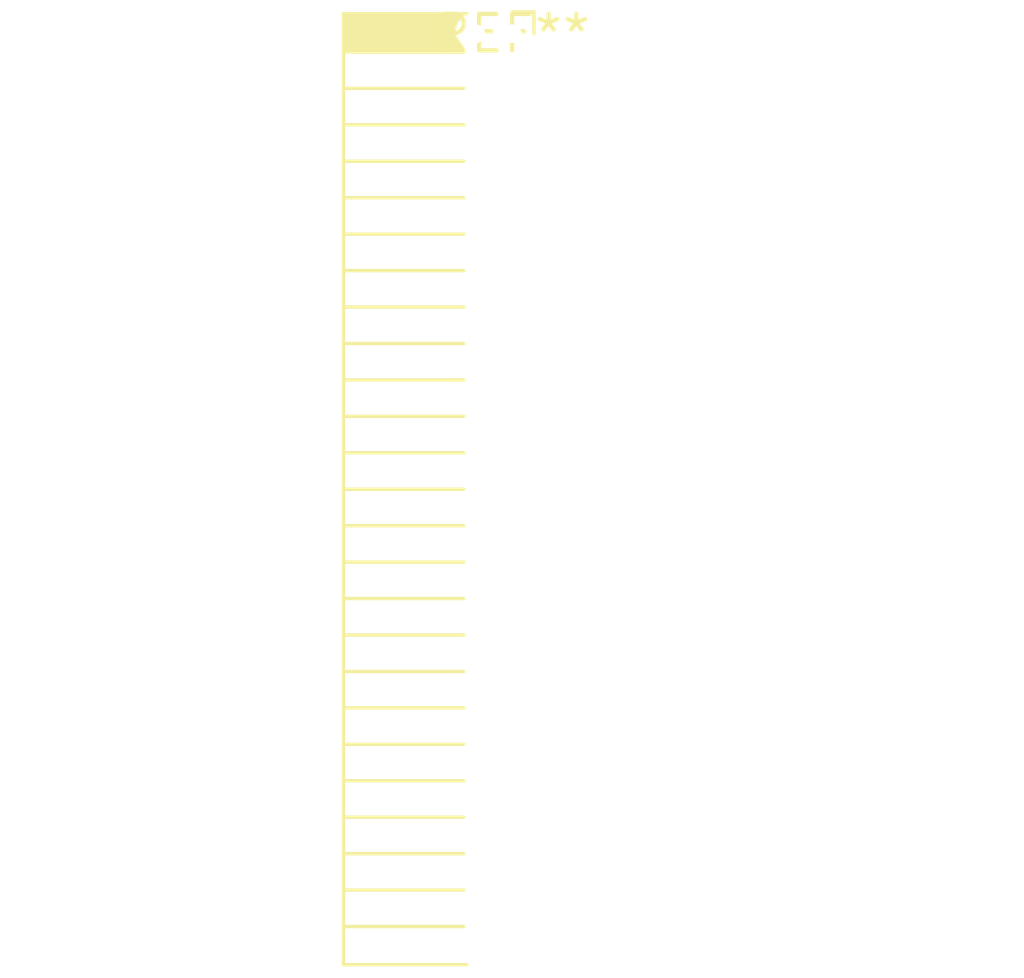
<source format=kicad_pcb>
(kicad_pcb (version 20240108) (generator pcbnew)
  (layers (0 "F.Cu" signal) (31 "B.Cu" signal) (34 "B.Paste" user) (35 "F.Paste" user) (36 "B.SilkS" user "B.Silkscreen") (37 "F.SilkS" user "F.Silkscreen") (38 "B.Mask" user) (39 "F.Mask" user) (44 "Edge.Cuts" user))
  (net 0 "")
  (footprint "PinSocket_2x26_P1.27mm_Horizontal" (layer "F.Cu") (at 0 0)
    (property "Reference" "REF**")
    (property "Value" "PinSocket_2x26_P1.27mm_Horizontal")
    (fp_line (start -5.88 -0.695) (end -5.88 32.445) (layer "F.SilkS") (stroke (width 0.12)))
    (fp_line (start -5.88 -0.695) (end -1.57753 -0.695) (layer "F.SilkS") (stroke (width 0.12)))
    (fp_line (start -5.88 -0.575) (end -1.766966 -0.575) (layer "F.SilkS") (stroke (width 0.12)))
    (fp_line (start -5.88 -0.465) (end -1.871145 -0.465) (layer "F.SilkS") (stroke (width 0.12)))
    (fp_line (start -5.88 -0.355) (end -1.941993 -0.355) (layer "F.SilkS") (stroke (width 0.12)))
    (fp_line (start -5.88 -0.245) (end -1.989427 -0.245) (layer "F.SilkS") (stroke (width 0.12)))
    (fp_line (start -5.88 -0.135) (end -2.017914 -0.135) (layer "F.SilkS") (stroke (width 0.12)))
    (fp_line (start -5.88 -0.025) (end -2.029589 -0.025) (layer "F.SilkS") (stroke (width 0.12)))
    (fp_line (start -5.88 0.085) (end -2.025232 0.085) (layer "F.SilkS") (stroke (width 0.12)))
    (fp_line (start -5.88 0.195) (end -2.004558 0.195) (layer "F.SilkS") (stroke (width 0.12)))
    (fp_line (start -5.88 0.305) (end -1.966114 0.305) (layer "F.SilkS") (stroke (width 0.12)))
    (fp_line (start -5.88 0.415) (end -1.906691 0.415) (layer "F.SilkS") (stroke (width 0.12)))
    (fp_line (start -5.88 0.525) (end -1.819523 0.525) (layer "F.SilkS") (stroke (width 0.12)))
    (fp_line (start -5.88 0.635) (end -1.687582 0.635) (layer "F.SilkS") (stroke (width 0.12)))
    (fp_line (start -5.88 1.905) (end -1.687582 1.905) (layer "F.SilkS") (stroke (width 0.12)))
    (fp_line (start -5.88 3.175) (end -1.687582 3.175) (layer "F.SilkS") (stroke (width 0.12)))
    (fp_line (start -5.88 4.445) (end -1.687582 4.445) (layer "F.SilkS") (stroke (width 0.12)))
    (fp_line (start -5.88 5.715) (end -1.687582 5.715) (layer "F.SilkS") (stroke (width 0.12)))
    (fp_line (start -5.88 6.985) (end -1.687582 6.985) (layer "F.SilkS") (stroke (width 0.12)))
    (fp_line (start -5.88 8.255) (end -1.687582 8.255) (layer "F.SilkS") (stroke (width 0.12)))
    (fp_line (start -5.88 9.525) (end -1.687582 9.525) (layer "F.SilkS") (stroke (width 0.12)))
    (fp_line (start -5.88 10.795) (end -1.687582 10.795) (layer "F.SilkS") (stroke (width 0.12)))
    (fp_line (start -5.88 12.065) (end -1.687582 12.065) (layer "F.SilkS") (stroke (width 0.12)))
    (fp_line (start -5.88 13.335) (end -1.687582 13.335) (layer "F.SilkS") (stroke (width 0.12)))
    (fp_line (start -5.88 14.605) (end -1.687582 14.605) (layer "F.SilkS") (stroke (width 0.12)))
    (fp_line (start -5.88 15.875) (end -1.687582 15.875) (layer "F.SilkS") (stroke (width 0.12)))
    (fp_line (start -5.88 17.145) (end -1.687582 17.145) (layer "F.SilkS") (stroke (width 0.12)))
    (fp_line (start -5.88 18.415) (end -1.687582 18.415) (layer "F.SilkS") (stroke (width 0.12)))
    (fp_line (start -5.88 19.685) (end -1.687582 19.685) (layer "F.SilkS") (stroke (width 0.12)))
    (fp_line (start -5.88 20.955) (end -1.687582 20.955) (layer "F.SilkS") (stroke (width 0.12)))
    (fp_line (start -5.88 22.225) (end -1.687582 22.225) (layer "F.SilkS") (stroke (width 0.12)))
    (fp_line (start -5.88 23.495) (end -1.687582 23.495) (layer "F.SilkS") (stroke (width 0.12)))
    (fp_line (start -5.88 24.765) (end -1.687582 24.765) (layer "F.SilkS") (stroke (width 0.12)))
    (fp_line (start -5.88 26.035) (end -1.687582 26.035) (layer "F.SilkS") (stroke (width 0.12)))
    (fp_line (start -5.88 27.305) (end -1.687582 27.305) (layer "F.SilkS") (stroke (width 0.12)))
    (fp_line (start -5.88 28.575) (end -1.687582 28.575) (layer "F.SilkS") (stroke (width 0.12)))
    (fp_line (start -5.88 29.845) (end -1.687582 29.845) (layer "F.SilkS") (stroke (width 0.12)))
    (fp_line (start -5.88 31.115) (end -1.687582 31.115) (layer "F.SilkS") (stroke (width 0.12)))
    (fp_line (start -5.88 32.445) (end -1.57753 32.445) (layer "F.SilkS") (stroke (width 0.12)))
    (fp_line (start 0 -0.76) (end 0.76 -0.76) (layer "F.SilkS") (stroke (width 0.12)))
    (fp_line (start 0.76 -0.76) (end 0.76 0) (layer "F.SilkS") (stroke (width 0.12)))
    (pad "1" thru_hole rect (at 0 0) (size 1 1) (drill 0.65) (layers *.Cu *.Mask) (remove_unused_layers))
    (pad "2" thru_hole oval (at -1.27 0) (size 1 1) (drill 0.65) (layers *.Cu *.Mask) (remove_unused_layers))
    (pad "3" thru_hole oval (at 0 1.27) (size 1 1) (drill 0.65) (layers *.Cu *.Mask) (remove_unused_layers))
    (pad "4" thru_hole oval (at -1.27 1.27) (size 1 1) (drill 0.65) (layers *.Cu *.Mask) (remove_unused_layers))
    (pad "5" thru_hole oval (at 0 2.54) (size 1 1) (drill 0.65) (layers *.Cu *.Mask) (remove_unused_layers))
    (pad "6" thru_hole oval (at -1.27 2.54) (size 1 1) (drill 0.65) (layers *.Cu *.Mask) (remove_unused_layers))
    (pad "7" thru_hole oval (at 0 3.81) (size 1 1) (drill 0.65) (layers *.Cu *.Mask) (remove_unused_layers))
    (pad "8" thru_hole oval (at -1.27 3.81) (size 1 1) (drill 0.65) (layers *.Cu *.Mask) (remove_unused_layers))
    (pad "9" thru_hole oval (at 0 5.08) (size 1 1) (drill 0.65) (layers *.Cu *.Mask) (remove_unused_layers))
    (pad "10" thru_hole oval (at -1.27 5.08) (size 1 1) (drill 0.65) (layers *.Cu *.Mask) (remove_unused_layers))
    (pad "11" thru_hole oval (at 0 6.35) (size 1 1) (drill 0.65) (layers *.Cu *.Mask) (remove_unused_layers))
    (pad "12" thru_hole oval (at -1.27 6.35) (size 1 1) (drill 0.65) (layers *.Cu *.Mask) (remove_unused_layers))
    (pad "13" thru_hole oval (at 0 7.62) (size 1 1) (drill 0.65) (layers *.Cu *.Mask) (remove_unused_layers))
    (pad "14" thru_hole oval (at -1.27 7.62) (size 1 1) (drill 0.65) (layers *.Cu *.Mask) (remove_unused_layers))
    (pad "15" thru_hole oval (at 0 8.89) (size 1 1) (drill 0.65) (layers *.Cu *.Mask) (remove_unused_layers))
    (pad "16" thru_hole oval (at -1.27 8.89) (size 1 1) (drill 0.65) (layers *.Cu *.Mask) (remove_unused_layers))
    (pad "17" thru_hole oval (at 0 10.16) (size 1 1) (drill 0.65) (layers *.Cu *.Mask) (remove_unused_layers))
    (pad "18" thru_hole oval (at -1.27 10.16) (size 1 1) (drill 0.65) (layers *.Cu *.Mask) (remove_unused_layers))
    (pad "19" thru_hole oval (at 0 11.43) (size 1 1) (drill 0.65) (layers *.Cu *.Mask) (remove_unused_layers))
    (pad "20" thru_hole oval (at -1.27 11.43) (size 1 1) (drill 0.65) (layers *.Cu *.Mask) (remove_unused_layers))
    (pad "21" thru_hole oval (at 0 12.7) (size 1 1) (drill 0.65) (layers *.Cu *.Mask) (remove_unused_layers))
    (pad "22" thru_hole oval (at -1.27 12.7) (size 1 1) (drill 0.65) (layers *.Cu *.Mask) (remove_unused_layers))
    (pad "23" thru_hole oval (at 0 13.97) (size 1 1) (drill 0.65) (layers *.Cu *.Mask) (remove_unused_layers))
    (pad "24" thru_hole oval (at -1.27 13.97) (size 1 1) (drill 0.65) (layers *.Cu *.Mask) (remove_unused_layers))
    (pad "25" thru_hole oval (at 0 15.24) (size 1 1) (drill 0.65) (layers *.Cu *.Mask) (remove_unused_layers))
    (pad "26" thru_hole oval (at -1.27 15.24) (size 1 1) (drill 0.65) (layers *.Cu *.Mask) (remove_unused_layers))
    (pad "27" thru_hole oval (at 0 16.51) (size 1 1) (drill 0.65) (layers *.Cu *.Mask) (remove_unused_layers))
    (pad "28" thru_hole oval (at -1.27 16.51) (size 1 1) (drill 0.65) (layers *.Cu *.Mask) (remove_unused_layers))
    (pad "29" thru_hole oval (at 0 17.78) (size 1 1) (drill 0.65) (layers *.Cu *.Mask) (remove_unused_layers))
    (pad "30" thru_hole oval (at -1.27 17.78) (size 1 1) (drill 0.65) (layers *.Cu *.Mask) (remove_unused_layers))
    (pad "31" thru_hole oval (at 0 19.05) (size 1 1) (drill 0.65) (layers *.Cu *.Mask) (remove_unused_layers))
    (pad "32" thru_hole oval (at -1.27 19.05) (size 1 1) (drill 0.65) (layers *.Cu *.Mask) (remove_unused_layers))
    (pad "33" thru_hole oval (at 0 20.32) (size 1 1) (drill 0.65) (layers *.Cu *.Mask) (remove_unused_layers))
    (pad "34" thru_hole oval (at -1.27 20.32) (size 1 1) (drill 0.65) (layers *.Cu *.Mask) (remove_unused_layers))
    (pad "35" thru_hole oval (at 0 21.59) (size 1 1) (drill 0.65) (layers *.Cu *.Mask) (remove_unused_layers))
    (pad "36" thru_hole oval (at -1.27 21.59) (size 1 1) (drill 0.65) (layers *.Cu *.Mask) (remove_unused_layers))
    (pad "37" thru_hole oval (at 0 22.86) (size 1 1) (drill 0.65) (layers *.Cu *.Mask) (remove_unused_layers))
    (pad "38" thru_hole oval (at -1.27 22.86) (size 1 1) (drill 0.65) (layers *.Cu *.Mask) (remove_unused_layers))
    (pad "39" thru_hole oval (at 0 24.13) (size 1 1) (drill 0.65) (layers *.Cu *.Mask) (remove_unused_layers))
    (pad "40" thru_hole oval (at -1.27 24.13) (size 1 1) (drill 0.65) (layers *.Cu *.Mask) (remove_unused_layers))
    (pad "41" thru_hole oval (at 0 25.4) (size 1 1) (drill 0.65) (layers *.Cu *.Mask) (remove_unused_layers))
    (pad "42" thru_hole oval (at -1.27 25.4) (size 1 1) (drill 0.65) (layers *.Cu *.Mask) (remove_unused_layers))
    (pad "43" thru_hole oval (at 0 26.67) (size 1 1) (drill 0.65) (layers *.Cu *.Mask) (remove_unused_layers))
    (pad "44" thru_hole oval (at -1.27 26.67) (size 1 1) (drill 0.65) (layers *.Cu *.Mask) (remove_unused_layers))
    (pad "45" thru_hole oval (at 0 27.94) (size 1 1) (drill 0.65) (layers *.Cu *.Mask) (remove_unused_layers))
    (pad "46" thru_hole oval (at -1.27 27.94) (size 1 1) (drill 0.65) (layers *.Cu *.Mask) (remove_unused_layers))
    (pad "47" thru_hole oval (at 0 29.21) (size 1 1) (drill 0.65) (layers *.Cu *.Mask) (remove_unused_layers))
    (pad "48" thru_hole oval (at -1.27 29.21) (size 1 1) (drill 0.65) (layers *.Cu *.Mask) (remove_unused_layers))
    (pad "49" thru_hole oval (at 0 30.48) (size 1 1) (drill 0.65) (layers *.Cu *.Mask) (remove_unused_layers))
    (pad "50" thru_hole oval (at -1.27 30.48) (size 1 1) (drill 0.65) (layers *.Cu *.Mask) (remove_unused_layers))
    (pad "51" thru_hole oval (at 0 31.75) (size 1 1) (drill 0.65) (layers *.Cu *.Mask) (remove_unused_layers))
    (pad "52" thru_hole oval (at -1.27 31.75) (size 1 1) (drill 0.65) (layers *.Cu *.Mask) (remove_unused_layers))
  )
)
</source>
